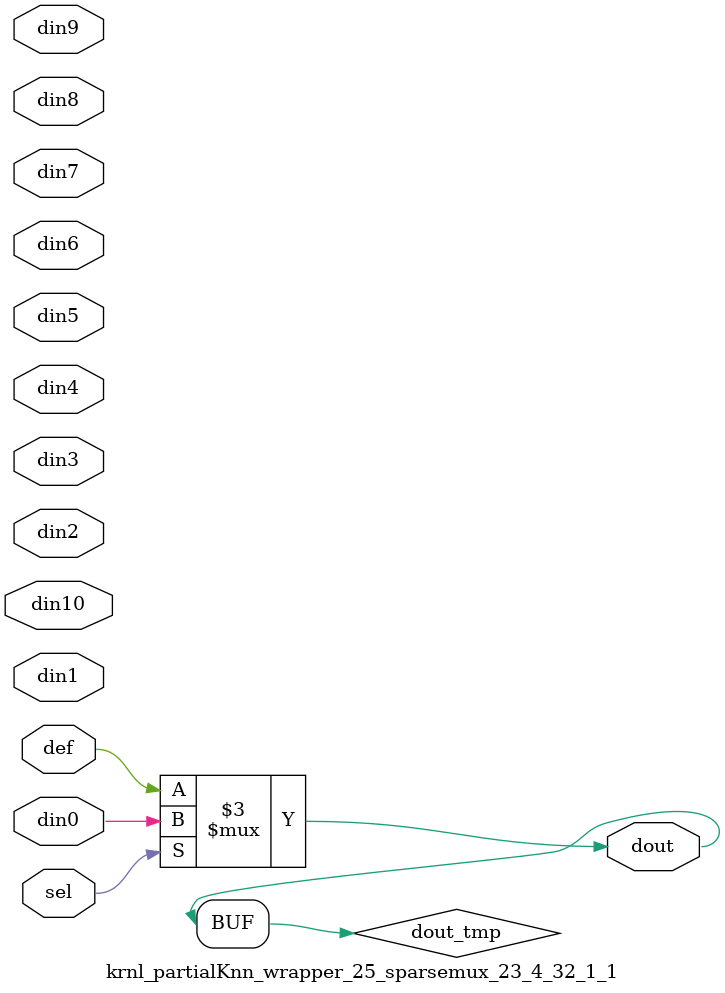
<source format=v>
`timescale 1ns / 1ps

module krnl_partialKnn_wrapper_25_sparsemux_23_4_32_1_1 (din0,din1,din2,din3,din4,din5,din6,din7,din8,din9,din10,def,sel,dout);

parameter din0_WIDTH = 1;

parameter din1_WIDTH = 1;

parameter din2_WIDTH = 1;

parameter din3_WIDTH = 1;

parameter din4_WIDTH = 1;

parameter din5_WIDTH = 1;

parameter din6_WIDTH = 1;

parameter din7_WIDTH = 1;

parameter din8_WIDTH = 1;

parameter din9_WIDTH = 1;

parameter din10_WIDTH = 1;

parameter def_WIDTH = 1;
parameter sel_WIDTH = 1;
parameter dout_WIDTH = 1;

parameter [sel_WIDTH-1:0] CASE0 = 1;

parameter [sel_WIDTH-1:0] CASE1 = 1;

parameter [sel_WIDTH-1:0] CASE2 = 1;

parameter [sel_WIDTH-1:0] CASE3 = 1;

parameter [sel_WIDTH-1:0] CASE4 = 1;

parameter [sel_WIDTH-1:0] CASE5 = 1;

parameter [sel_WIDTH-1:0] CASE6 = 1;

parameter [sel_WIDTH-1:0] CASE7 = 1;

parameter [sel_WIDTH-1:0] CASE8 = 1;

parameter [sel_WIDTH-1:0] CASE9 = 1;

parameter [sel_WIDTH-1:0] CASE10 = 1;

parameter ID = 1;
parameter NUM_STAGE = 1;



input [din0_WIDTH-1:0] din0;

input [din1_WIDTH-1:0] din1;

input [din2_WIDTH-1:0] din2;

input [din3_WIDTH-1:0] din3;

input [din4_WIDTH-1:0] din4;

input [din5_WIDTH-1:0] din5;

input [din6_WIDTH-1:0] din6;

input [din7_WIDTH-1:0] din7;

input [din8_WIDTH-1:0] din8;

input [din9_WIDTH-1:0] din9;

input [din10_WIDTH-1:0] din10;

input [def_WIDTH-1:0] def;
input [sel_WIDTH-1:0] sel;

output [dout_WIDTH-1:0] dout;



reg [dout_WIDTH-1:0] dout_tmp;

always @ (*) begin
case (sel)
    
    CASE0 : dout_tmp = din0;
    
    CASE1 : dout_tmp = din1;
    
    CASE2 : dout_tmp = din2;
    
    CASE3 : dout_tmp = din3;
    
    CASE4 : dout_tmp = din4;
    
    CASE5 : dout_tmp = din5;
    
    CASE6 : dout_tmp = din6;
    
    CASE7 : dout_tmp = din7;
    
    CASE8 : dout_tmp = din8;
    
    CASE9 : dout_tmp = din9;
    
    CASE10 : dout_tmp = din10;
    
    default : dout_tmp = def;
endcase
end


assign dout = dout_tmp;



endmodule

</source>
